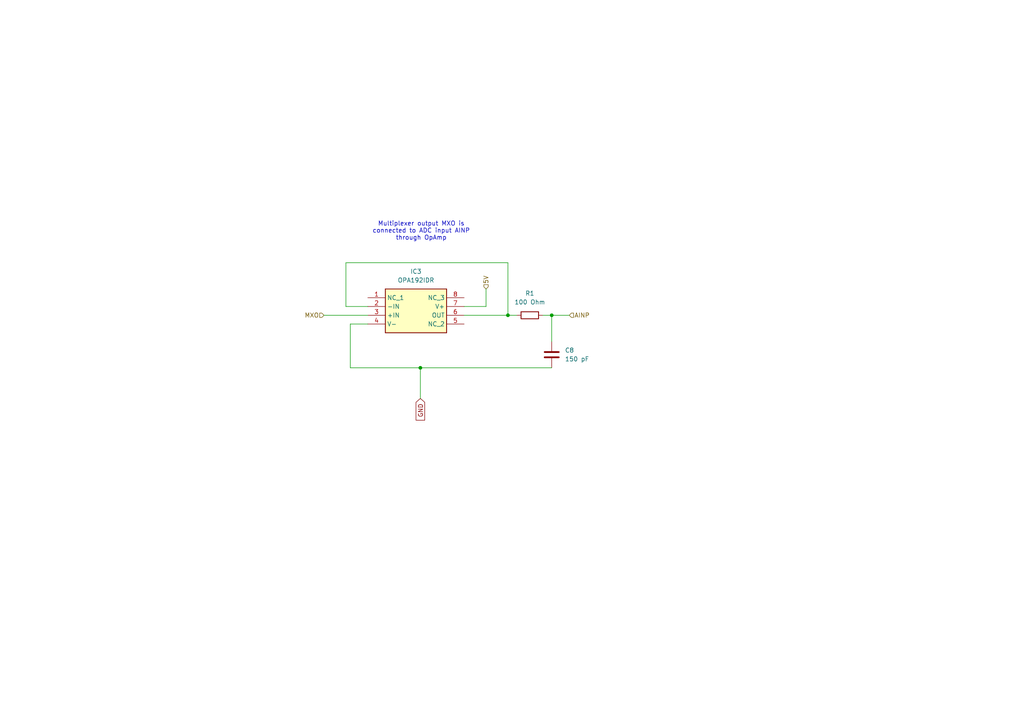
<source format=kicad_sch>
(kicad_sch (version 20250114) (generator "eeschema") (generator_version "9.0")
  (paper "A4")
  (lib_symbols
    (symbol "Device:C" (pin_numbers (hide yes)) (pin_names (offset 0.254))
      (property "Reference" "C" (at 0.635 2.54 0))
      (property "Value" "C" (at 0.635 -2.54 0))
      (symbol "C_0_1"
        (polyline (pts (xy -2.032 0.762) (xy 2.032 0.762)) (stroke (width 0.508)))
        (polyline (pts (xy -2.032 -0.762) (xy 2.032 -0.762)) (stroke (width 0.508)))
      )
      (symbol "C_1_1"
        (pin passive line (at 0 3.81 270) (length 2.794) (name "~") (number "1"))
        (pin passive line (at 0 -3.81 90) (length 2.794) (name "~") (number "2"))
      )
    )
    (symbol "Device:R" (pin_numbers (hide yes)) (pin_names (offset 0))
      (property "Reference" "R" (at 2.032 0 90))
      (property "Value" "R" (at 0 0 90))
      (symbol "R_0_1"
        (rectangle (start -1.016 -2.54) (end 1.016 2.54) (stroke (width 0.254)))
      )
      (symbol "R_1_1"
        (pin passive line (at 0 3.81 270) (length 1.27) (name "~") (number "1"))
        (pin passive line (at 0 -3.81 90) (length 1.27) (name "~") (number "2"))
      )
    )
    (symbol "OPA192IDR:OPA192IDR"
      (property "Reference" "IC" (at 24.13 7.62 0))
      (property "Value" "OPA192IDR" (at 24.13 5.08 0))
      (symbol "OPA192IDR_1_1"
        (rectangle (start 5.08 2.54) (end 22.86 -10.16) (stroke (width 0.254)) (fill (type background)))
        (pin passive line (at 0 0 0) (length 5.08) (name "NC_1") (number "1"))
        (pin passive line (at 0 -2.54 0) (length 5.08) (name "-IN") (number "2"))
        (pin passive line (at 0 -5.08 0) (length 5.08) (name "+IN") (number "3"))
        (pin passive line (at 0 -7.62 0) (length 5.08) (name "V-") (number "4"))
        (pin passive line (at 27.94 0 180) (length 5.08) (name "NC_3") (number "8"))
        (pin passive line (at 27.94 -2.54 180) (length 5.08) (name "V+") (number "7"))
        (pin passive line (at 27.94 -5.08 180) (length 5.08) (name "OUT") (number "6"))
        (pin passive line (at 27.94 -7.62 180) (length 5.08) (name "NC_2") (number "5"))
      )
    )
  )
  (text "Multiplexer output MXO is\nconnected to ADC input AINP\nthrough OpAmp\n\n" (at 122.174 68.072 0) (effects (font (size 1.27 1.27))))
  (junction (at 121.92 106.68))
  (junction (at 160.02 91.44))
  (junction (at 147.32 91.44))
  (wire (pts (xy 101.6 106.68) (xy 121.92 106.68)))
  (wire (pts (xy 101.6 93.98) (xy 106.68 93.98)))
  (wire (pts (xy 157.48 91.44) (xy 160.02 91.44)))
  (wire (pts (xy 160.02 91.44) (xy 160.02 99.06)))
  (wire (pts (xy 121.92 106.68) (xy 160.02 106.68)))
  (wire (pts (xy 140.97 83.82) (xy 140.97 88.9)))
  (wire (pts (xy 147.32 91.44) (xy 149.86 91.44)))
  (wire (pts (xy 147.32 91.44) (xy 147.32 76.2)))
  (wire (pts (xy 134.62 91.44) (xy 147.32 91.44)))
  (wire (pts (xy 121.92 115.57) (xy 121.92 106.68)))
  (wire (pts (xy 140.97 88.9) (xy 134.62 88.9)))
  (wire (pts (xy 101.6 93.98) (xy 101.6 106.68)))
  (wire (pts (xy 160.02 91.44) (xy 165.1 91.44)))
  (wire (pts (xy 100.33 88.9) (xy 106.68 88.9)))
  (wire (pts (xy 93.98 91.44) (xy 106.68 91.44)))
  (wire (pts (xy 100.33 76.2) (xy 100.33 88.9)))
  (wire (pts (xy 147.32 76.2) (xy 100.33 76.2)))
  (global_label "GND" (shape input) (at 121.92 115.57 270) (property "Intersheetrefs" "${INTERSHEET_REFS}" (effects (hide yes))))
  (hierarchical_label "AINP" (shape input) (at 165.1 91.44 0))
  (hierarchical_label "MXO" (shape input) (at 93.98 91.44 180))
  (hierarchical_label "5V" (shape input) (at 140.97 83.82 90))
  (symbol (lib_id "Device:C") (at 160.02 102.87 0) (unit 1)
    (property "Reference" "C8" (at 163.83 101.5999 0) (effects (justify left)))
    (property "Value" "150 pF" (at 163.83 104.1399 0) (effects (justify left)))
    (property "Description" "Unpolarized capacitor" (effects (hide yes)))
  )
  (symbol (lib_id "OPA192IDR:OPA192IDR") (at 106.68 86.36 0) (unit 1)
    (property "Reference" "IC3" (at 120.65 78.74 0))
    (property "Value" "OPA192IDR" (at 120.65 81.28 0))
    (property "Footprint" "SOIC127P600X175-8N" (effects (hide yes)))
    (property "Datasheet" "http://www.ti.com/lit/gpn/opa192" (effects (hide yes)))
    (property "Description" "High-Voltage, Rail-to-Rail Input/Output, 5V, 0.2V/C, Precision Operational Amplifier" (effects (hide yes)))
    (property "Height" "1.75" (effects (hide yes)))
    (property "Mouser Part Number" "595-OPA192IDR" (effects (hide yes)))
    (property "Mouser Price/Stock" "https://www.mouser.co.uk/ProductDetail/Texas-Instruments/OPA192IDR?qs=wrT8kFYR77%252BLV20WgpFlnQ%3D%3D" (effects (hide yes)))
    (property "Manufacturer_Name" "Texas Instruments" (effects (hide yes)))
    (property "Manufacturer_Part_Number" "OPA192IDR" (effects (hide yes)))
  )
  (symbol (lib_id "Device:R") (at 153.67 91.44 90) (unit 1)
    (property "Reference" "R1" (at 153.67 85.09 90))
    (property "Value" "100 Ohm" (at 153.67 87.63 90))
    (property "Description" "Resistor" (effects (hide yes)))
  )
)
</source>
